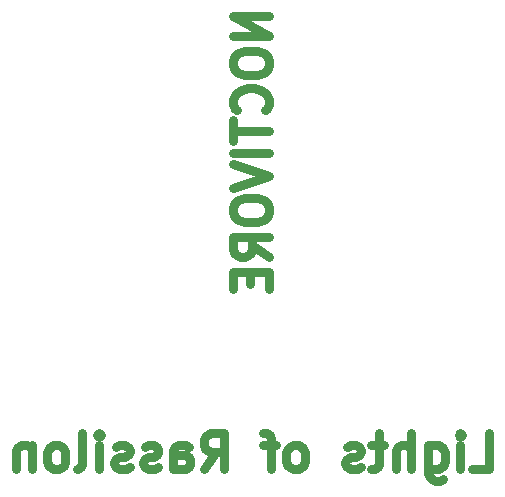
<source format=gbo>
G04 #@! TF.FileFunction,Legend,Bot*
%FSLAX46Y46*%
G04 Gerber Fmt 4.6, Leading zero omitted, Abs format (unit mm)*
G04 Created by KiCad (PCBNEW 4.0.7-e2-6376~58~ubuntu16.04.1) date Sun Dec 16 12:58:54 2018*
%MOMM*%
%LPD*%
G01*
G04 APERTURE LIST*
%ADD10C,0.100000*%
%ADD11C,0.750000*%
G04 APERTURE END LIST*
D10*
D11*
X46371428Y-69632143D02*
X47799999Y-69632143D01*
X47799999Y-66632143D01*
X45371428Y-69632143D02*
X45371428Y-67632143D01*
X45371428Y-66632143D02*
X45514285Y-66775000D01*
X45371428Y-66917857D01*
X45228571Y-66775000D01*
X45371428Y-66632143D01*
X45371428Y-66917857D01*
X42657143Y-67632143D02*
X42657143Y-70060714D01*
X42800000Y-70346429D01*
X42942857Y-70489286D01*
X43228572Y-70632143D01*
X43657143Y-70632143D01*
X43942857Y-70489286D01*
X42657143Y-69489286D02*
X42942857Y-69632143D01*
X43514286Y-69632143D01*
X43800000Y-69489286D01*
X43942857Y-69346429D01*
X44085714Y-69060714D01*
X44085714Y-68203571D01*
X43942857Y-67917857D01*
X43800000Y-67775000D01*
X43514286Y-67632143D01*
X42942857Y-67632143D01*
X42657143Y-67775000D01*
X41228571Y-69632143D02*
X41228571Y-66632143D01*
X39942857Y-69632143D02*
X39942857Y-68060714D01*
X40085714Y-67775000D01*
X40371428Y-67632143D01*
X40800000Y-67632143D01*
X41085714Y-67775000D01*
X41228571Y-67917857D01*
X38942857Y-67632143D02*
X37800000Y-67632143D01*
X38514285Y-66632143D02*
X38514285Y-69203571D01*
X38371428Y-69489286D01*
X38085714Y-69632143D01*
X37800000Y-69632143D01*
X36942856Y-69489286D02*
X36657142Y-69632143D01*
X36085714Y-69632143D01*
X35799999Y-69489286D01*
X35657142Y-69203571D01*
X35657142Y-69060714D01*
X35799999Y-68775000D01*
X36085714Y-68632143D01*
X36514285Y-68632143D01*
X36799999Y-68489286D01*
X36942856Y-68203571D01*
X36942856Y-68060714D01*
X36799999Y-67775000D01*
X36514285Y-67632143D01*
X36085714Y-67632143D01*
X35799999Y-67775000D01*
X31657143Y-69632143D02*
X31942857Y-69489286D01*
X32085714Y-69346429D01*
X32228571Y-69060714D01*
X32228571Y-68203571D01*
X32085714Y-67917857D01*
X31942857Y-67775000D01*
X31657143Y-67632143D01*
X31228571Y-67632143D01*
X30942857Y-67775000D01*
X30800000Y-67917857D01*
X30657143Y-68203571D01*
X30657143Y-69060714D01*
X30800000Y-69346429D01*
X30942857Y-69489286D01*
X31228571Y-69632143D01*
X31657143Y-69632143D01*
X29800000Y-67632143D02*
X28657143Y-67632143D01*
X29371428Y-69632143D02*
X29371428Y-67060714D01*
X29228571Y-66775000D01*
X28942857Y-66632143D01*
X28657143Y-66632143D01*
X23657143Y-69632143D02*
X24657143Y-68203571D01*
X25371428Y-69632143D02*
X25371428Y-66632143D01*
X24228571Y-66632143D01*
X23942857Y-66775000D01*
X23800000Y-66917857D01*
X23657143Y-67203571D01*
X23657143Y-67632143D01*
X23800000Y-67917857D01*
X23942857Y-68060714D01*
X24228571Y-68203571D01*
X25371428Y-68203571D01*
X21085714Y-69632143D02*
X21085714Y-68060714D01*
X21228571Y-67775000D01*
X21514285Y-67632143D01*
X22085714Y-67632143D01*
X22371428Y-67775000D01*
X21085714Y-69489286D02*
X21371428Y-69632143D01*
X22085714Y-69632143D01*
X22371428Y-69489286D01*
X22514285Y-69203571D01*
X22514285Y-68917857D01*
X22371428Y-68632143D01*
X22085714Y-68489286D01*
X21371428Y-68489286D01*
X21085714Y-68346429D01*
X19799999Y-69489286D02*
X19514285Y-69632143D01*
X18942857Y-69632143D01*
X18657142Y-69489286D01*
X18514285Y-69203571D01*
X18514285Y-69060714D01*
X18657142Y-68775000D01*
X18942857Y-68632143D01*
X19371428Y-68632143D01*
X19657142Y-68489286D01*
X19799999Y-68203571D01*
X19799999Y-68060714D01*
X19657142Y-67775000D01*
X19371428Y-67632143D01*
X18942857Y-67632143D01*
X18657142Y-67775000D01*
X17371428Y-69489286D02*
X17085714Y-69632143D01*
X16514286Y-69632143D01*
X16228571Y-69489286D01*
X16085714Y-69203571D01*
X16085714Y-69060714D01*
X16228571Y-68775000D01*
X16514286Y-68632143D01*
X16942857Y-68632143D01*
X17228571Y-68489286D01*
X17371428Y-68203571D01*
X17371428Y-68060714D01*
X17228571Y-67775000D01*
X16942857Y-67632143D01*
X16514286Y-67632143D01*
X16228571Y-67775000D01*
X14800000Y-69632143D02*
X14800000Y-67632143D01*
X14800000Y-66632143D02*
X14942857Y-66775000D01*
X14800000Y-66917857D01*
X14657143Y-66775000D01*
X14800000Y-66632143D01*
X14800000Y-66917857D01*
X12942858Y-69632143D02*
X13228572Y-69489286D01*
X13371429Y-69203571D01*
X13371429Y-66632143D01*
X11371429Y-69632143D02*
X11657143Y-69489286D01*
X11800000Y-69346429D01*
X11942857Y-69060714D01*
X11942857Y-68203571D01*
X11800000Y-67917857D01*
X11657143Y-67775000D01*
X11371429Y-67632143D01*
X10942857Y-67632143D01*
X10657143Y-67775000D01*
X10514286Y-67917857D01*
X10371429Y-68203571D01*
X10371429Y-69060714D01*
X10514286Y-69346429D01*
X10657143Y-69489286D01*
X10942857Y-69632143D01*
X11371429Y-69632143D01*
X9085714Y-67632143D02*
X9085714Y-69632143D01*
X9085714Y-67917857D02*
X8942857Y-67775000D01*
X8657143Y-67632143D01*
X8228571Y-67632143D01*
X7942857Y-67775000D01*
X7800000Y-68060714D01*
X7800000Y-69632143D01*
X29157143Y-31275001D02*
X26157143Y-31275001D01*
X29157143Y-32989286D01*
X26157143Y-32989286D01*
X26157143Y-34989286D02*
X26157143Y-35560715D01*
X26300000Y-35846429D01*
X26585714Y-36132143D01*
X27157143Y-36275001D01*
X28157143Y-36275001D01*
X28728571Y-36132143D01*
X29014286Y-35846429D01*
X29157143Y-35560715D01*
X29157143Y-34989286D01*
X29014286Y-34703572D01*
X28728571Y-34417858D01*
X28157143Y-34275001D01*
X27157143Y-34275001D01*
X26585714Y-34417858D01*
X26300000Y-34703572D01*
X26157143Y-34989286D01*
X28871429Y-39275000D02*
X29014286Y-39132143D01*
X29157143Y-38703572D01*
X29157143Y-38417858D01*
X29014286Y-37989286D01*
X28728571Y-37703572D01*
X28442857Y-37560715D01*
X27871429Y-37417858D01*
X27442857Y-37417858D01*
X26871429Y-37560715D01*
X26585714Y-37703572D01*
X26300000Y-37989286D01*
X26157143Y-38417858D01*
X26157143Y-38703572D01*
X26300000Y-39132143D01*
X26442857Y-39275000D01*
X26157143Y-40132143D02*
X26157143Y-41846429D01*
X29157143Y-40989286D02*
X26157143Y-40989286D01*
X29157143Y-42846429D02*
X26157143Y-42846429D01*
X26157143Y-43846428D02*
X29157143Y-44846428D01*
X26157143Y-45846428D01*
X26157143Y-47417857D02*
X26157143Y-47989286D01*
X26300000Y-48275000D01*
X26585714Y-48560714D01*
X27157143Y-48703572D01*
X28157143Y-48703572D01*
X28728571Y-48560714D01*
X29014286Y-48275000D01*
X29157143Y-47989286D01*
X29157143Y-47417857D01*
X29014286Y-47132143D01*
X28728571Y-46846429D01*
X28157143Y-46703572D01*
X27157143Y-46703572D01*
X26585714Y-46846429D01*
X26300000Y-47132143D01*
X26157143Y-47417857D01*
X29157143Y-51703571D02*
X27728571Y-50703571D01*
X29157143Y-49989286D02*
X26157143Y-49989286D01*
X26157143Y-51132143D01*
X26300000Y-51417857D01*
X26442857Y-51560714D01*
X26728571Y-51703571D01*
X27157143Y-51703571D01*
X27442857Y-51560714D01*
X27585714Y-51417857D01*
X27728571Y-51132143D01*
X27728571Y-49989286D01*
X27585714Y-52989286D02*
X27585714Y-53989286D01*
X29157143Y-54417857D02*
X29157143Y-52989286D01*
X26157143Y-52989286D01*
X26157143Y-54417857D01*
M02*

</source>
